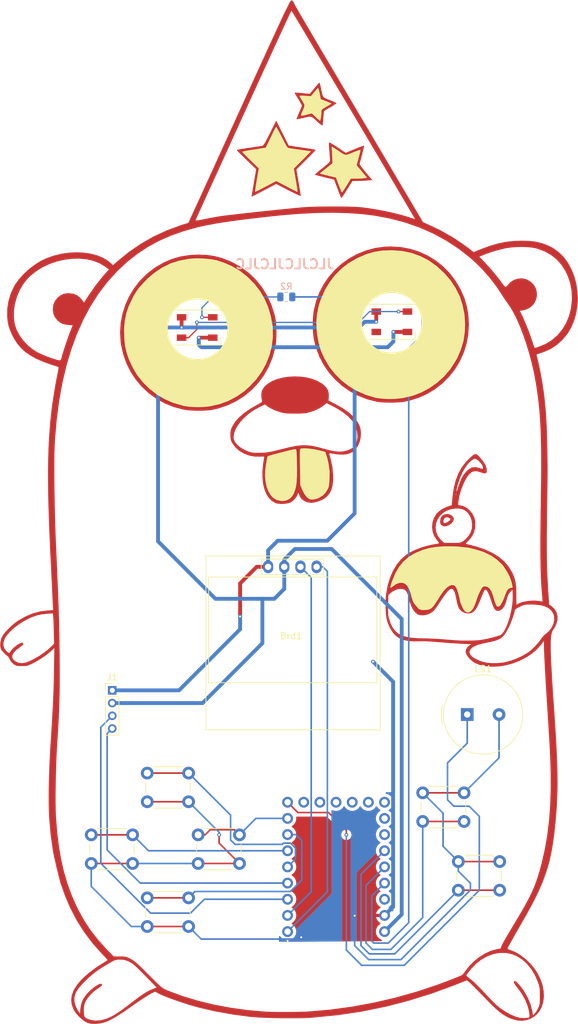
<source format=kicad_pcb>
(kicad_pcb (version 20240108) (generator "pcbnew") (generator_version "8.0")
  (layers (0 "F.Cu" signal) (31 "B.Cu" signal) (34 "B.Paste" user) (35 "F.Paste" user) (36 "B.SilkS" user "B.Silkscreen") (37 "F.SilkS" user "F.Silkscreen") (38 "B.Mask" user) (39 "F.Mask" user) (44 "Edge.Cuts" user))
  (net 0 "")
  (net 1 "GND")
  (net 2 "VCC")
  (net 3 "Net-(D1-DIN)")
  (net 4 "Net-(D1-DOUT)")
  (net 6 "/SDA")
  (net 7 "/SCL")
  (net 8 "/SDA1")
  (net 9 "/SCL1")
  (net 10 "Net-(U1-GP8)")
  (net 11 "/GP29")
  (net 12 "Net-(U1-GP4)")
  (net 13 "Net-(U1-GP5)")
  (net 14 "Net-(U1-GP6)")
  (net 15 "Net-(U1-GP7)")
  (net 16 "Net-(U1-GP28)")
  (net 17 "Net-(U1-GP27)")
  (footprint "LED_SMD:LED_WS2812B_PLCC4_5.0x5.0mm_P3.2mm" (layer "F.Cu") (at 92.75 72.4)
    (property "Reference" "D1" (hide yes))
    (property "Value" "WS2812B")
  )
  (footprint "LED_SMD:LED_WS2812B_PLCC4_5.0x5.0mm_P3.2mm" (layer "F.Cu") (at 123.35 71.5)
    (property "Reference" "D2" (hide yes))
    (property "Value" "WS2812B")
  )
  (footprint "rp2040-zero:my-rp2040-zero" (layer "F.Cu") (at 114.58 157.14 180)
    (property "Reference" "U1" (hide yes))
    (property "Value" "~" (hide yes))
  )
  (footprint "XIAO:128x64OLED" (layer "F.Cu") (at 107.52 120.6)
    (property "Reference" "Brd1")
    (property "Value" "SSD1306")
  )
  (footprint "Button_Switch_THT:SW_PUSH_6mm_H4.3mm" (layer "F.Cu") (at 128.2 145.5)
    (property "Reference" "SW5" (hide yes))
    (property "Value" "SW_Push")
  )
  (footprint "Button_Switch_THT:SW_PUSH_6mm_H4.3mm" (layer "F.Cu") (at 76.1 152.1)
    (property "Reference" "SW2" (hide yes))
    (property "Value" "SW_Push")
  )
  (footprint "Button_Switch_THT:SW_PUSH_6mm_H4.3mm" (layer "F.Cu") (at 84.9 162)
    (property "Reference" "SW3" (hide yes))
    (property "Value" "SW_Push")
  )
  (footprint "Connector_PinHeader_2.00mm:PinHeader_1x04_P2.00mm_Vertical" (layer "F.Cu") (at 79.4 129.4)
    (property "Reference" "J1")
    (property "Value" "Conn_01x04_Pin")
  )
  (footprint "MountingHole:MountingHole_3.2mm_M3" (layer "F.Cu") (at 107.9 31.3)
    (property "Reference" "REF**" (hide yes))
    (property "Value" "MountingHole_3.2mm_M3")
  )
  (footprint "Button_Switch_THT:SW_PUSH_6mm_H4.3mm" (layer "F.Cu") (at 84.9 142.4)
    (property "Reference" "SW1" (hide yes))
    (property "Value" "SW_Push")
  )
  (footprint "gopher:gopher_party" (layer "F.Cu") (at 107.4 101.8)
    (property "Reference" "G***" (hide yes))
    (property "Value" "LOGO" (hide yes))
    (fp_line (start -45.62 20.56) (end -45.59 19.99) (stroke (width 0.05)) (layer "Edge.Cuts"))
    (fp_line (start -45.59 19.99) (end -45.46 19.44) (stroke (width 0.05)) (layer "Edge.Cuts"))
    (fp_line (start -45.55 21.04) (end -45.62 20.56) (stroke (width 0.05)) (layer "Edge.Cuts"))
    (fp_line (start -45.51 21.14) (end -45.55 21.04) (stroke (width 0.05)) (layer "Edge.Cuts"))
    (fp_line (start -45.46 19.44) (end -45.35 19.19) (stroke (width 0.05)) (layer "Edge.Cuts"))
    (fp_line (start -45.36 21.37) (end -45.51 21.14) (stroke (width 0.05)) (layer "Edge.Cuts"))
    (fp_line (start -45.35 19.19) (end -45.12 18.81) (stroke (width 0.05)) (layer "Edge.Cuts"))
    (fp_line (start -45.12 18.81) (end -44.82 18.44) (stroke (width 0.05)) (layer "Edge.Cuts"))
    (fp_line (start -45.04 21.75) (end -45.36 21.37) (stroke (width 0.05)) (layer "Edge.Cuts"))
    (fp_line (start -44.82 18.44) (end -44.39 17.97) (stroke (width 0.05)) (layer "Edge.Cuts"))
    (fp_line (start -44.73 22.04) (end -45.04 21.75) (stroke (width 0.05)) (layer "Edge.Cuts"))
    (fp_line (start -44.54 -31.2) (end -44.53 -31.7) (stroke (width 0.05)) (layer "Edge.Cuts"))
    (fp_line (start -44.53 -31.7) (end -44.52 -32.38) (stroke (width 0.05)) (layer "Edge.Cuts"))
    (fp_line (start -44.52 -32.38) (end -44.32 -33.61) (stroke (width 0.05)) (layer "Edge.Cuts"))
    (fp_line (start -44.47 -30.41) (end -44.54 -31.2) (stroke (width 0.05)) (layer "Edge.Cuts"))
    (fp_line (start -44.44 22.26) (end -44.73 22.04) (stroke (width 0.05)) (layer "Edge.Cuts"))
    (fp_line (start -44.39 17.97) (end -43.89 17.48) (stroke (width 0.05)) (layer "Edge.Cuts"))
    (fp_line (start -44.36 22.34) (end -44.44 22.26) (stroke (width 0.05)) (layer "Edge.Cuts"))
    (fp_line (start -44.33 -29.65) (end -44.47 -30.41) (stroke (width 0.05)) (layer "Edge.Cuts"))
    (fp_line (start -44.32 -33.61) (end -43.96 -34.79) (stroke (width 0.05)) (layer "Edge.Cuts"))
    (fp_line (start -44.22 22.57) (end -44.36 22.34) (stroke (width 0.05)) (layer "Edge.Cuts"))
    (fp_line (start -44.13 -29.07) (end -44.33 -29.65) (stroke (width 0.05)) (layer "Edge.Cuts"))
    (fp_line (start -43.96 -34.79) (end -43.49 -35.79) (stroke (width 0.05)) (layer "Edge.Cuts"))
    (fp_line (start -43.91 23.14) (end -44.22 22.57) (stroke (width 0.05)) (layer "Edge.Cuts"))
    (fp_line (start -43.89 17.48) (end -43.35 17.03) (stroke (width 0.05)) (layer "Edge.Cuts"))
    (fp_line (start -43.78 -28.25) (end -44.13 -29.07) (stroke (width 0.05)) (layer "Edge.Cuts"))
    (fp_line (start -43.49 -35.79) (end -43.28 -36.17) (stroke (width 0.05)) (layer "Edge.Cuts"))
    (fp_line (start -43.49 23.53) (end -43.91 23.14) (stroke (width 0.05)) (layer "Edge.Cuts"))
    (fp_line (start -43.42 -27.56) (end -43.78 -28.25) (stroke (width 0.05)) (layer "Edge.Cuts"))
    (fp_line (start -43.35 17.03) (end -42.86 16.67) (stroke (width 0.05)) (layer "Edge.Cuts"))
    (fp_line (start -43.28 -36.17) (end -42.67 -37.01) (stroke (width 0.05)) (layer "Edge.Cuts"))
    (fp_line (start -43.19 23.7) (end -43.49 23.53) (stroke (width 0.05)) (layer "Edge.Cuts"))
    (fp_line (start -42.95 23.78) (end -43.19 23.7) (stroke (width 0.05)) (layer "Edge.Cuts"))
    (fp_line (start -42.91 -26.79) (end -43.42 -27.56) (stroke (width 0.05)) (layer "Edge.Cuts"))
    (fp_line (start -42.86 16.67) (end -41.76 16.04) (stroke (width 0.05)) (layer "Edge.Cuts"))
    (fp_line (start -42.67 -37.01) (end -41.94 -37.82) (stroke (width 0.05)) (layer "Edge.Cuts"))
    (fp_line (start -42.57 23.81) (end -42.95 23.78) (stroke (width 0.05)) (layer "Edge.Cuts"))
    (fp_line (start -42.38 -26.17) (end -42.91 -26.79) (stroke (width 0.05)) (layer "Edge.Cuts"))
    (fp_line (start -41.94 -37.82) (end -41.15 -38.56) (stroke (width 0.05)) (layer "Edge.Cuts"))
    (fp_line (start -41.88 23.81) (end -42.57 23.81) (stroke (width 0.05)) (layer "Edge.Cuts"))
    (fp_line (start -41.76 16.04) (end -41.67 15.99) (stroke (width 0.05)) (layer "Edge.Cuts"))
    (fp_line (start -41.7 -25.54) (end -42.38 -26.17) (stroke (width 0.05)) (layer "Edge.Cuts"))
    (fp_line (start -41.67 15.99) (end -40.52 15.5) (stroke (width 0.05)) (layer "Edge.Cuts"))
    (fp_line (start -41.55 23.78) (end -41.88 23.81) (stroke (width 0.05)) (layer "Edge.Cuts"))
    (fp_line (start -41.23 23.72) (end -41.55 23.78) (stroke (width 0.05)) (layer "Edge.Cuts"))
    (fp_line (start -41.15 -38.56) (end -40.25 -39.24) (stroke (width 0.05)) (layer "Edge.Cuts"))
    (fp_line (start -40.75 -24.9) (end -41.7 -25.54) (stroke (width 0.05)) (layer "Edge.Cuts"))
    (fp_line (start -40.53 23.4) (end -41.23 23.72) (stroke (width 0.05)) (layer "Edge.Cuts"))
    (fp_line (start -40.52 15.5) (end -39.36 15.19) (stroke (width 0.05)) (layer "Edge.Cuts"))
    (fp_line (start -40.25 -39.24) (end -39.94 -39.45) (stroke (width 0.05)) (layer "Edge.Cuts"))
    (fp_line (start -40.08 -24.53) (end -40.75 -24.9) (stroke (width 0.05)) (layer "Edge.Cuts"))
    (fp_line (start -40.08 23.17) (end -40.53 23.4) (stroke (width 0.05)) (layer "Edge.Cuts"))
    (fp_line (start -39.94 -39.45) (end -39.29 -39.85) (stroke (width 0.05)) (layer "Edge.Cuts"))
    (fp_line (start -39.87 23.05) (end -40.08 23.17) (stroke (width 0.05)) (layer "Edge.Cuts"))
    (fp_line (start -39.36 15.19) (end -38.19 15.04) (stroke (width 0.05)) (layer "Edge.Cuts"))
    (fp_line (start -39.31 22.71) (end -39.87 23.05) (stroke (width 0.05)) (layer "Edge.Cuts"))
    (fp_line (start -39.29 -39.85) (end -38.42 -40.27) (stroke (width 0.05)) (layer "Edge.Cuts"))
    (fp_line (start -38.95 -24.03) (end -40.08 -24.53) (stroke (width 0.05)) (layer "Edge.Cuts"))
    (fp_line (start -38.83 22.4) (end -39.31 22.71) (stroke (width 0.05)) (layer "Edge.Cuts"))
    (fp_line (start -38.42 -40.27) (end -37.27 -40.69) (stroke (width 0.05)) (layer "Edge.Cuts"))
    (fp_line (start -38.29 22.02) (end -38.83 22.4) (stroke (width 0.05)) (layer "Edge.Cuts"))
    (fp_line (start -38.19 15.04) (end -37.39 14.99) (stroke (width 0.05)) (layer "Edge.Cuts"))
    (fp_line (start -38.18 -23.74) (end -38.95 -24.03) (stroke (width 0.05)) (layer "Edge.Cuts"))
    (fp_line (start -38.12 -7.55) (end -38.09 -8.52) (stroke (width 0.05)) (layer "Edge.Cuts"))
    (fp_line (start -38.12 -5.92) (end -38.12 -7.55) (stroke (width 0.05)) (layer "Edge.Cuts"))
    (fp_line (start -38.09 -8.52) (end -38.04 -10.28) (stroke (width 0.05)) (layer "Edge.Cuts"))
    (fp_line (start -38.09 -3.25) (end -38.12 -5.92) (stroke (width 0.05)) (layer "Edge.Cuts"))
    (fp_line (start -38.07 -2.31) (end -38.09 -3.25) (stroke (width 0.05)) (layer "Edge.Cuts"))
    (fp_line (start -38.04 -10.28) (end -37.99 -11.4) (stroke (width 0.05)) (layer "Edge.Cuts"))
    (fp_line (start -38.02 -0.67) (end -38.07 -2.31) (stroke (width 0.05)) (layer "Edge.Cuts"))
    (fp_line (start -38.01 43.68) (end -38 42.88) (stroke (width 0.05)) (layer "Edge.Cuts"))
    (fp_line (start -38.01 43.95) (end -38.01 43.68) (stroke (width 0.05)) (layer "Edge.Cuts"))
    (fp_line (start -38.01 44.51) (end -38.01 43.95) (stroke (width 0.05)) (layer "Edge.Cuts"))
    (fp_line (start -38.01 45.03) (end -38.01 44.51) (stroke (width 0.05)) (layer "Edge.Cuts"))
    (fp_line (start -38 0.1) (end -38.02 -0.67) (stroke (width 0.05)) (layer "Edge.Cuts"))
    (fp_line (start -38 42.88) (end -37.99 42.46) (stroke (width 0.05)) (layer "Edge.Cuts"))
    (fp_line (start -38 45.65) (end -38.01 45.03) (stroke (width 0.05)) (layer "Edge.Cuts"))
    (fp_line (start -37.99 -11.4) (end -37.9 -12.8) (stroke (width 0.05)) (layer "Edge.Cuts"))
    (fp_line (start -37.99 42.46) (end -37.98 41.99) (stroke (width 0.05)) (layer "Edge.Cuts"))
    (fp_line (start -37.98 41.99) (end -37.97 41.49) (stroke (width 0.05)) (layer "Edge.Cuts"))
    (fp_line (start -37.98 46.53) (end -38 45.65) (stroke (width 0.05)) (layer "Edge.Cuts"))
    (fp_line (start -37.97 41.49) (end -37.94 40.75) (stroke (width 0.05)) (layer "Edge.Cuts"))
    (fp_line (start -37.95 1.52) (end -38 0.1) (stroke (width 0.05)) (layer "Edge.Cuts"))
    (fp_line (start -37.95 47.29) (end -37.98 46.53) (stroke (width 0.05)) (layer "Edge.Cuts"))
    (fp_line (start -37.94 40.75) (end -37.92 39.99) (stroke (width 0.05)) (layer "Edge.Cuts"))
    (fp_line (start -37.93 2.19) (end -37.95 1.52) (stroke (width 0.05)) (layer "Edge.Cuts"))
    (fp_line (start -37.93 47.76) (end -37.95 47.29) (stroke (width 0.05)) (layer "Edge.Cuts"))
    (fp_line (start -37.92 39.99) (end -37.89 39.28) (stroke (width 0.05)) (layer "Edge.Cuts"))
    (fp_line (start -37.9 -12.8) (end -37.81 -14.06) (stroke (width 0.05)) (layer "Edge.Cuts"))
    (fp_line (start -37.89 2.96) (end -37.93 2.19) (stroke (width 0.05)) (layer "Edge.Cuts"))
    (fp_line (start -37.89 39.28) (end -37.87 38.74) (stroke (width 0.05)) (layer "Edge.Cuts"))
    (fp_line (start -37.87 38.74) (end -37.85 38.38) (stroke (width 0.05)) (layer "Edge.Cuts"))
    (fp_line (start -37.85 38.38) (end -37.82 37.71) (stroke (width 0.05)) (layer "Edge.Cuts"))
    (fp_line (start -37.83 4.37) (end -37.89 2.96) (stroke (width 0.05)) (layer "Edge.Cuts"))
    (fp_line (start -37.82 37.71) (end -37.79 37.34) (stroke (width 0.05)) (layer "Edge.Cuts"))
    (fp_line (start -37.81 -14.06) (end -37.69 -15.26) (stroke (width 0.05)) (layer "Edge.Cuts"))
    (fp_line (start -37.8 5.14) (end -37.83 4.37) (stroke (width 0.05)) (layer "Edge.Cuts"))
    (fp_line (start -37.8 49.2) (end -37.93 47.76) (stroke (width 0.05)) (layer "Edge.Cuts"))
    (fp_line (start -37.79 37.34) (end -37.77 36.94) (stroke (width 0.05)) (layer "Edge.Cuts"))
    (fp_line (start -37.77 36.94) (end -37.75 36.52) (stroke (width 0.05)) (layer "Edge.Cuts"))
    (fp_line (start -37.75 36.52) (end -37.72 36.12) (stroke (width 0.05)) (layer "Edge.Cuts"))
    (fp_line (start -37.74 6.27) (end -37.8 5.14) (stroke (width 0.05)) (layer "Edge.Cuts"))
    (fp_line (start -37.72 36.12) (end -37.67 35.39) (stroke (width 0.05)) (layer "Edge.Cuts"))
    (fp_line (start -37.7 50.32) (end -37.8 49.2) (stroke (width 0.05)) (layer "Edge.Cuts"))
    (fp_line (start -37.69 -15.26) (end -37.62 -15.91) (stroke (width 0.05)) (layer "Edge.Cuts"))
    (fp_line (start -37.67 21.51) (end -38.29 22.02) (stroke (width 0.05)) (layer "Edge.Cuts"))
    (fp_line (start -37.67 35.39) (end -37.64 34.92) (stroke (width 0.05)) (layer "Edge.Cuts"))
    (fp_line (start -37.64 34.92) (end -37.6 34.23) (stroke (width 0.05)) (layer "Edge.Cuts"))
    (fp_line (start -37.62 -15.91) (end -37.54 -16.66) (stroke (width 0.05)) (layer "Edge.Cuts"))
    (fp_line (start -37.6 9.03) (end -37.74 6.27) (stroke (width 0.05)) (layer "Edge.Cuts"))
    (fp_line (start -37.6 34.23) (end -37.57 33.73) (stroke (width 0.05)) (layer "Edge.Cuts"))
    (fp_line (start -37.57 33.73) (end -37.53 33.14) (stroke (width 0.05)) (layer "Edge.Cuts"))
    (fp_line (start -37.54 -16.66) (end -37.42 -17.54) (stroke (width 0.05)) (layer "Edge.Cuts"))
    (fp_line (start -37.53 33.14) (end -37.5 32.57) (stroke (width 0.05)) (layer "Edge.Cuts"))
    (fp_line (start -37.51 -23.5) (end -38.18 -23.74) (stroke (width 0.05)) (layer "Edge.Cuts"))
    (fp_line (start -37.5 11.3) (end -37.6 9.03) (stroke (width 0.05)) (layer "Edge.Cuts"))
    (fp_line (start -37.5 32.57) (end -37.39 30.64) (stroke (width 0.05)) (layer "Edge.Cuts"))
    (fp_line (start -37.49 51.78) (end -37.7 50.32) (stroke (width 0.05)) (layer "Edge.Cuts"))
    (fp_line (start -37.42 -17.54) (end -37.29 -18.34) (stroke (width 0.05)) (layer "Edge.Cuts"))
    (fp_line (start -37.39 14.99) (end -37.31 14.99) (stroke (width 0.05)) (layer "Edge.Cuts"))
    (fp_line (start -37.39 30.64) (end -37.34 29.61) (stroke (width 0.05)) (layer "Edge.Cuts"))
    (fp_line (start -37.38 13.8) (end -37.5 11.3) (stroke (width 0.05)) (layer "Edge.Cuts"))
    (fp_line (start -37.35 52.77) (end -37.49 51.78) (stroke (width 0.05)) (layer "Edge.Cuts"))
    (fp_line (start -37.34 14.59) (end -37.38 13.8) (stroke (width 0.05)) (layer "Edge.Cuts"))
    (fp_line (start -37.34 29.61) (end -37.28 28.39) (stroke (width 0.05)) (layer "Edge.Cuts"))
    (fp_line (start -37.32 21.18) (end -37.67 21.51) (stroke (width 0.05)) (layer "Edge.Cuts"))
    (fp_line (start -37.31 14.99) (end -37.34 14.59) (stroke (width 0.05)) (layer "Edge.Cuts"))
    (fp_line (start -37.29 -18.34) (end -37.1 -19.54) (stroke (width 0.05)) (layer "Edge.Cuts"))
    (fp_line (start -37.28 28.39) (end -37.25 27.43) (stroke (width 0.05)) (layer "Edge.Cuts"))
    (fp_line (start -37.27 -40.69) (end -36.01 -41) (stroke (width 0.05)) (layer "Edge.Cuts"))
    (fp_line (start -37.25 27.43) (end -37.22 26.35) (stroke (width 0.05)) (layer "Edge.Cuts"))
    (fp_line (start -37.22 26.35) (end -37.2 25.56) (stroke (width 0.05)) (layer "Edge.Cuts"))
    (fp_line (start -37.2 25.56) (end -37.17 24.05) (stroke (width 0.05)) (layer "Edge.Cuts"))
    (fp_line (start -37.2 53.56) (end -37.35 52.77) (stroke (width 0.05)) (layer "Edge.Cuts"))
    (fp_line (start -37.17 24.05) (end -37.14 22.53) (stroke (width 0.05)) (layer "Edge.Cuts"))
    (fp_line (start -37.14 22.53) (end -37.13 21.6) (stroke (width 0.05)) (layer "Edge.Cuts"))
    (fp_line (start -37.13 21.6) (end -37.12 21.14) (stroke (width 0.05)) (layer "Edge.Cuts"))
    (fp_line (start -37.12 21.14) (end -37.1 20.98) (stroke (width 0.05)) (layer "Edge.Cuts"))
    (fp_line (start -37.1 -19.54) (end -36.86 -20.94) (stroke (width 0.05)) (layer "Edge.Cuts"))
    (fp_line (start -37.1 20.98) (end -37.32 21.18) (stroke (width 0.05)) (layer "Edge.Cuts"))
    (fp_line (start -37.02 -23.35) (end -37.51 -23.5) (stroke (width 0.05)) (layer "Edge.Cuts"))
    (fp_line (start -36.86 -20.94) (end -36.68 -21.84) (stroke (width 0.05)) (layer "Edge.Cuts"))
    (fp_line (start -36.68 -21.84) (end -36.56 -22.46) (stroke (width 0.05)) (layer "Edge.Cuts"))
    (fp_line (start -36.56 -22.46) (end -36.49 -22.82) (stroke (width 0.05)) (layer "Edge.Cuts"))
    (fp_line (start -36.49 -22.82) (end -36.46 -23.07) (stroke (width 0.05)) (layer "Edge.Cuts"))
    (fp_line (start -36.48 -23.19) (end -37.02 -23.35) (stroke (width 0.05)) (layer "Edge.Cuts"))
    (fp_line (start -36.46 -23.07) (end -36.48 -23.19) (stroke (width 0.05)) (layer "Edge.Cuts"))
    (fp_line (start -36.4 56.96) (end -37.2 53.56) (stroke (width 0.05)) (layer "Edge.Cuts"))
    (fp_line (start -36.18 57.8) (end -36.4 56.96) (stroke (width 0.05)) (layer "Edge.Cuts"))
    (fp_line (start -36.01 -41) (end -34.86 -41.17) (stroke (width 0.05)) (layer "Edge.Cuts"))
    (fp_line (start -35.73 59.07) (end -36.18 57.8) (stroke (width 0.05)) (layer "Edge.Cuts"))
    (fp_line (start -35.44 59.91) (end -35.73 59.07) (stroke (width 0.05)) (layer "Edge.Cuts"))
    (fp_line (start -35.04 60.84) (end -35.44 59.91) (stroke (width 0.05)) (layer "Edge.Cuts"))
    (fp_line (start -34.86 -41.17) (end -33.64 -41.23) (stroke (width 0.05)) (layer "Edge.Cuts"))
    (fp_line (start -34.63 61.8) (end -35.04 60.84) (stroke (width 0.05)) (layer "Edge.Cuts"))
    (fp_line (start -34.47 76.28) (end -34.46 76.17) (stroke (width 0.05)) (layer "Edge.Cuts"))
    (fp_line (start -34.46 76.17) (end -34.41 75.75) (stroke (width 0.05)) (layer "Edge.Cuts"))
    (fp_line (start -34.41 75.75) (end -34.38 75.52) (stroke (width 0.05)) (layer "Edge.Cuts"))
    (fp_line (start -34.38 75.52) (end -34.11 74.76) (stroke (width 0.05)) (layer "Edge.Cuts"))
    (fp_line (start -34.38 77.01) (end -34.47 76.28) (stroke (width 0.05)) (layer "Edge.Cuts"))
    (fp_line (start -34.15 62.71) (end -34.63 61.8) (stroke (width 0.05)) (layer "Edge.Cuts"))
    (fp_line (start -34.11 74.76) (end -33.63 73.96) (stroke (width 0.05)) (layer "Edge.Cuts"))
    (fp_line (start -34.09 77.77) (end -34.38 77.01) (stroke (width 0.05)) (layer "Edge.Cuts"))
    (fp_line (start -34.02 77.91) (end -34.09 77.77) (stroke (width 0.05)) (layer "Edge.Cuts"))
    (fp_line (start -33.94 78.03) (end -34.02 77.91) (stroke (width 0.05)) (layer "Edge.Cuts"))
    (fp_line (start -33.68 78.39) (end -33.94 78.03) (stroke (width 0.05)) (layer "Edge.Cuts"))
    (fp_line (start -33.64 -41.23) (end -32.48 -41.18) (stroke (width 0.05)) (layer "Edge.Cuts"))
    (fp_line (start -33.63 73.96) (end -33.26 73.51) (stroke (width 0.05)) (layer "Edge.Cuts"))
    (fp_line (start -33.62 63.73) (end -34.15 62.71) (stroke (width 0.05)) (layer "Edge.Cuts"))
    (fp_line (start -33.26 73.51) (end -32.85 73.02) (stroke (width 0.05)) (layer "Edge.Cuts"))
    (fp_line (start -33.2 64.4) (end -33.62 63.73) (stroke (width 0.05)) (layer "Edge.Cuts"))
    (fp_line (start -33.2 78.91) (end -33.68 78.39) (stroke (width 0.05)) (layer "Edge.Cuts"))
    (fp_line (start -32.85 73.02) (end -32.38 72.57) (stroke (width 0.05)) (layer "Edge.Cuts"))
    (fp_line (start -32.81 79.26) (end -33.2 78.91) (stroke (width 0.05)) (layer "Edge.Cuts"))
    (fp_line (start -32.48 -41.18) (end -31.34 -41.01) (stroke (width 0.05)) (layer "Edge.Cuts"))
    (fp_line (start -32.42 65.62) (end -33.2 64.4) (stroke (width 0.05)) (layer "Edge.Cuts"))
    (fp_line (start -32.38 72.57) (end -31.77 72.05) (stroke (width 0.05)) (layer "Edge.Cuts"))
    (fp_line (start -32.38 79.59) (end -32.81 79.26) (stroke (width 0.05)) (layer "Edge.Cuts"))
    (fp_line (start -31.99 79.81) (end -32.38 79.59) (stroke (width 0.05)) (layer "Edge.Cuts"))
    (fp_line (start -31.92 66.29) (end -32.42 65.62) (stroke (width 0.05)) (layer "Edge.Cuts"))
    (fp_line (start -31.77 72.05) (end -30.91 71.38) (stroke (width 0.05)) (layer "Edge.Cuts"))
    (fp_line (start -31.66 79.92) (end -31.99 79.81) (stroke (width 0.05)) (layer "Edge.Cuts"))
    (fp_line (start -31.54 66.79) (end -31.92 66.29) (stroke (width 0.05)) (layer "Edge.Cuts"))
    (fp_line (start -31.35 79.98) (end -31.66 79.92) (stroke (width 0.05)) (layer "Edge.Cuts"))
    (fp_line (start -31.34 -41.01) (end -30.36 -40.75) (stroke (width 0.05)) (layer "Edge.Cuts"))
    (fp_line (start -31.14 67.32) (end -31.54 66.79) (stroke (width 0.05)) (layer "Edge.Cuts"))
    (fp_line (start -30.92 67.57) (end -31.14 67.32) (stroke (width 0.05)) (layer "Edge.Cuts"))
    (fp_line (start -30.91 71.38) (end -30.36 70.99) (stroke (width 0.05)) (layer "Edge.Cuts"))
    (fp_line (start -30.91 80.01) (end -31.35 79.98) (stroke (width 0.05)) (layer "Edge.Cuts"))
    (fp_line (start -30.48 79.99) (end -30.91 80.01) (stroke (width 0.05)) (layer "Edge.Cuts"))
    (fp_line (start -30.42 68.14) (end -30.92 67.57) (stroke (width 0.05)) (layer "Edge.Cuts"))
    (fp_line (start -30.36 -40.75) (end -29.42 -40.36) (stroke (width 0.05)) (layer "Edge.Cuts"))
    (fp_line (start -30.36 70.99) (end -29.9 70.7) (stroke (width 0.05)) (layer "Edge.Cuts"))
    (fp_line (start -30.05 68.55) (end -30.42 68.14) (stroke (width 0.05)) (layer "Edge.Cuts"))
    (fp_line (start -30 79.95) (end -30.48 79.99) (stroke (width 0.05)) (layer "Edge.Cuts"))
    (fp_line (start -29.9 70.7) (end -29.43 70.4) (stroke (width 0.05)) (layer "Edge.Cuts"))
    (fp_line (start -29.67 68.98) (end -30.05 68.55) (stroke (width 0.05)) (layer "Edge.Cuts"))
    (fp_line (start -29.55 79.87) (end -30 79.95) (stroke (width 0.05)) (layer "Edge.Cuts"))
    (fp_line (start -29.43 70.4) (end -29.15 70.23) (stroke (width 0.05)) (layer "Edge.Cuts"))
    (fp_line (start -29.42 -40.36) (end -28.64 -39.89) (stroke (width 0.05)) (layer "Edge.Cuts"))
    (fp_line (start -29.36 69.3) (end -29.67 68.98) (stroke (width 0.05)) (layer "Edge.Cuts"))
    (fp_line (start -29.15 70.23) (end -28.96 70.11) (stroke (width 0.05)) (layer "Edge.Cuts"))
    (fp_line (start -29.1 69.57) (end -29.36 69.3) (stroke (width 0.05)) (layer "Edge.Cuts"))
    (fp_line (start -29.04 79.72) (end -29.55 79.87) (stroke (width 0.05)) (layer "Edge.Cuts"))
    (fp_line (start -28.96 70.11) (end -28.87 70.05) (stroke (width 0.05)) (layer "Edge.Cuts"))
    (fp_line (start -28.87 70.05) (end -28.76 69.98) (stroke (width 0.05)) (layer "Edge.Cuts"))
    (fp_line (start -28.81 69.89) (end -29.1 69.57) (stroke (width 0.05)) (layer "Edge.Cuts"))
    (fp_line (start -28.76 69.98) (end -28.75 69.97) (stroke (width 0.05)) (layer "Edge.Cuts"))
    (fp_line (start -28.75 69.97) (end -28.81 69.89) (stroke (width 0.05)) (layer "Edge.Cuts"))
    (fp_line (start -28.64 -39.89) (end -28.19 -39.51) (stroke (width 0.05)) (layer "Edge.Cuts"))
    (fp_line (start -28.55 79.52) (end -29.04 79.72) (stroke (width 0.05)) (layer "Edge.Cuts"))
    (fp_line (start -28.19 -39.51) (end -27.9 -39.24) (stroke (width 0.05)) (layer "Edge.Cuts"))
    (fp_line (start -28.19 79.34) (end -28.55 79.52) (stroke (width 0.05)) (layer "Edge.Cuts"))
    (fp_line (start -27.9 -39.24) (end -27.88 -39.21) (stroke (width 0.05)) (layer "Edge.Cuts"))
    (fp_line (start -27.88 -39.21) (end -27.56 -39.5) (stroke (width 0.05)) (layer "Edge.Cuts"))
    (fp_line (start -27.56 -39.5) (end -27.06 -39.94) (stroke (width 0.05)) (layer "Edge.Cuts"))
    (fp_line (start -27.51 78.97) (end -28.19 79.34) (stroke (width 0.05)) (layer "Edge.Cuts"))
    (fp_line (start -27.06 -39.94) (end -26.22 -40.62) (stroke (width 0.05)) (layer "Edge.Cuts"))
    (fp_line (start -26.91 78.59) (end -27.51 78.97) (stroke (width 0.05)) (layer "Edge.Cuts"))
    (fp_line (start -26.22 -40.62) (end -25.41 -41.27) (stroke (width 0.05)) (layer "Edge.Cuts"))
    (fp_line (start -26.22 78.14) (end -26.91 78.59) (stroke (width 0.05)) (layer "Edge.Cuts"))
    (fp_line (start -25.49 77.65) (end -26.22 78.14) (stroke (width 0.05)) (layer "Edge.Cuts"))
    (fp_line (start -25.41 -41.27) (end -24.55 -41.87) (stroke (width 0.05)) (layer "Edge.Cuts"))
    (fp_line (start -24.55 -41.87) (end -24.07 -42.19) (stroke (width 0.05)) (layer "Edge.Cuts"))
    (fp_line (start -24.49 76.94) (end -25.49 77.65) (stroke (width 0.05)) (layer "Edge.Cuts"))
    (fp_line (start -24.07 -42.19) (end -23.5 -42.58) (stroke (width 0.05)) (layer "Edge.Cuts"))
    (fp_line (start -23.62 76.34) (end -24.49 76.94) (stroke (width 0.05)) (layer "Edge.Cuts"))
    (fp_line (start -23.5 -42.58) (end -22.67 -43.06) (stroke (width 0.05)) (layer "Edge.Cuts"))
    (fp_line (start -22.67 -43.06) (end -22.06 -43.4) (stroke (width 0.05)) (layer "Edge.Cuts"))
    (fp_line (start -22.66 75.72) (end -23.62 76.34) (stroke (width 0.05)) (layer "Edge.Cuts"))
    (fp_line (start -22.06 -43.4) (end -21.55 -43.7) (stroke (width 0.05)) (layer "Edge.Cuts"))
    (fp_line (start -21.91 75.26) (end -22.66 75.72) (stroke (width 0.05)) (layer "Edge.Cuts"))
    (fp_line (start -21.55 -43.7) (end -20.72 -44.08) (stroke (width 0.05)) (layer "Edge.Cuts"))
    (fp_line (start -21.42 75.02) (end -21.91 75.26) (stroke (width 0.05)) (layer "Edge.Cuts"))
    (fp_line (start -21.28 74.98) (end -21.42 75.02) (stroke (width 0.05)) (layer "Edge.Cuts"))
    (fp_line (start -21.17 74.99) (end -21.28 74.98) (stroke (width 0.05)) (layer "Edge.Cuts"))
    (fp_line (start -21.09 75.05) (end -21.17 74.99) (stroke (width 0.05)) (layer "Edge.Cuts"))
    (fp_line (start -20.88 75.18) (end -21.09 75.05) (stroke (width 0.05)) (layer "Edge.Cuts"))
    (fp_line (start -20.72 -44.08) (end -19.69 -44.56) (stroke (width 0.05)) (layer "Edge.Cuts"))
    (fp_line (start -20.44 75.39) (end -20.88 75.18) (stroke (width 0.05)) (layer "Edge.Cuts"))
    (fp_line (start -19.69 -44.56) (end -19.47 -44.66) (stroke (width 0.05)) (layer "Edge.Cuts"))
    (fp_line (start -19.48 75.8) (end -20.44 75.39) (stroke (width 0.05)) (layer "Edge.Cuts"))
    (fp_line (start -19.47 -44.66) (end -18.52 -45.01) (stroke (width 0.05)) (layer "Edge.Cuts"))
    (fp_line (start -18.52 -45.01) (end -17.76 -45.29) (stroke (width 0.05)) (layer "Edge.Cuts"))
    (fp_line (start -18.23 76.26) (end -19.48 75.8) (stroke (width 0.05)) (layer "Edge.Cuts"))
    (fp_line (start -17.76 -45.29) (end -17.36 -45.44) (stroke (width 0.05)) (layer "Edge.Cuts"))
    (fp_line (start -17.36 -45.44) (end -17.03 -45.55) (stroke (width 0.05)) (layer "Edge.Cuts"))
    (fp_line (start -17.03 -45.55) (end -16.54 -45.7) (stroke (width 0.05)) (layer "Edge.Cuts"))
    (fp_line (start -16.54 -45.7) (end -16.04 -45.85) (stroke (width 0.05)) (layer "Edge.Cuts"))
    (fp_line (start -16.36 76.89) (end -18.23 76.26) (stroke (width 0.05)) (layer "Edge.Cuts"))
    (fp_line (start -16.04 -45.85) (end -15.46 -47.16) (stroke (width 0.05)) (layer "Edge.Cuts"))
    (fp_line (start -15.46 -47.16) (end -14.36 -49.53) (stroke (width 0.05)) (layer "Edge.Cuts"))
    (fp_line (start -14.72 77.38) (end -16.36 76.89) (stroke (width 0.05)) (layer "Edge.Cuts"))
    (fp_line (start -14.36 -49.53) (end -13.13 -52.23) (stroke (width 0.05)) (layer "Edge.Cuts"))
    (fp_line (start -13.13 -52.23) (end -12.45 -53.71) (stroke (width 0.05)) (layer "Edge.Cuts"))
    (fp_line (start -12.45 -53.71) (end -11.64 -55.5) (stroke (width 0.05)) (layer "Edge.Cuts"))
    (fp_line (start -11.97 78.03) (end -14.72 77.38) (stroke (width 0.05)) (layer "Edge.Cuts"))
    (fp_line (start -11.64 -55.5) (end -10.12 -58.84) (stroke (width 0.05)) (layer "Edge.Cuts"))
    (fp_line (start -11.03 78.19) (end -11.97 78.03) (stroke (width 0.05)) (layer "Edge.Cuts"))
    (fp_line (start -10.12 -58.84) (end -8.53 -62.32) (stroke (width 0.05)) (layer "Edge.Cuts"))
    (fp_line (start -9.06 78.55) (end -11.03 78.19) (stroke (width 0.05)) (layer "Edge.Cuts"))
    (fp_line (start -8.53 -62.32) (end -5.47 -69.03) (stroke (width 0.05)) (layer "Edge.Cuts"))
    (fp_line (start -8.14 78.67) (end -9.06 78.55) (stroke (width 0.05)) (layer "Edge.Cuts"))
    (fp_line (start -6.28 78.92) (end -8.14 78.67) (stroke (width 0.05)) (layer "Edge.Cuts"))
    (fp_line (start -5.7 78.97) (end -6.28 78.92) (stroke (width 0.05)) (layer "Edge.Cuts"))
    (fp_line (start -5.47 -69.03) (end -2.31 -75.91) (stroke (width 0.05)) (layer "Edge.Cuts"))
    (fp_line (start -4.69 79.03) (end -5.7 78.97) (stroke (width 0.05)) (layer "Edge.Cuts"))
    (fp_line (start -3.8 79.06) (end -4.69 79.03) (stroke (width 0.05)) (layer "Edge.Cuts"))
    (fp_line (start -2.44 79.12) (end -3.8 79.06) (stroke (width 0.05)) (layer "Edge.Cuts"))
    (fp_line (start -2.31 -75.91) (end -1.07 -78.58) (stroke (width 0.05)) (layer "Edge.Cuts"))
    (fp_line (start -1.07 -78.58) (end -0.08 -80.56) (stroke (width 0.05)) (layer "Edge.Cuts"))
    (fp_line (start -0.77 79.13) (end -2.44 79.12) (stroke (width 0.05)) (layer "Edge.Cuts"))
    (fp_line (start -0.08 -80.56) (end 0.07 -80.75) (stroke (width 0.05)) (layer "Edge.Cuts"))
    (fp_line (start 0.07 -80.75) (end 0.12 -80.8) (stroke (width 0.05)) (layer "Edge.Cuts"))
    (fp_line (start 0.12 -80.8) (end 0.15 -80.82) (stroke (width 0.05)) (layer "Edge.Cuts"))
    (fp_line (start 0.15 -80.82) (end 0.33 -80.76) (stroke (width 0.05)) (layer "Edge.Cuts"))
    (fp_line (start 0.33 -80.76) (end 0.51 -80.53) (stroke (width 0.05)) (layer "Edge.Cuts"))
    (fp_line (start 0.5 79.13) (end -0.77 79.13) (stroke (width 0.05)) (layer "Edge.Cuts"))
    (fp_line (start 0.51 -80.53) (end 0.68 -80.17) (stroke (width 0.05)) (layer "Edge.Cuts"))
    (fp_line (start 0.68 -80.17) (end 1.34 -78.99) (stroke (width 0.05)) (layer "Edge.Cuts"))
    (fp_line (start 1.34 -78.99) (end 3.36 -75.56) (stroke (width 0.05)) (layer "Edge.Cuts"))
    (fp_line (start 2.01 79.12) (end 0.5 79.13) (stroke (width 0.05)) (layer "Edge.Cuts"))
    (fp_line (start 3.17 79.06) (end 2.01 79.12) (stroke (width 0.05)) (layer "Edge.Cuts"))
    (fp_line (start 3.36 -75.56) (end 5.17 -72.48) (stroke (width 0.05)) (layer "Edge.Cuts"))
    (fp_line (start 5.03 78.88) (end 3.17 79.06) (stroke (width 0.05)) (layer "Edge.Cuts"))
    (fp_line (start 5.17 -72.48) (end 7.26 -68.96) (stroke (width 0.05)) (layer "Edge.Cuts"))
    (fp_line (start 7.26 -68.96) (end 8.24 -67.3) (stroke (width 0.05)) (layer "Edge.Cuts"))
    (fp_line (start 7.52 78.64) (end 5.03 78.88) (stroke (width 0.05)) (layer "Edge.Cuts"))
    (fp_line (start 8.24 -67.3) (end 8.99 -66.03) (stroke (width 0.05)) (layer "Edge.Cuts"))
    (fp_line (start 8.34 78.51) (end 7.52 78.64) (stroke (width 0.05)) (layer "Edge.Cuts"))
    (fp_line (start 8.99 -66.03) (end 11.1 -62.46) (stroke (width 0.05)) (layer "Edge.Cuts"))
    (fp_line (start 11.1 -62.46) (end 14.23 -57.17) (stroke (width 0.05)) (layer "Edge.Cuts"))
    (fp_line (start 11.17 78.1) (end 8.34 78.51) (stroke (width 0.05)) (layer "Edge.Cuts"))
    (fp_line (start 13.32 77.66) (end 11.17 78.1) (stroke (width 0.05)) (layer "Edge.Cuts"))
    (fp_line (start 14.23 -57.17) (end 15.49 -55.05) (stroke (width 0.05)) (layer "Edge.Cuts"))
    (fp_line (start 15.2 77.27) (end 13.32 77.66) (stroke (width 0.05)) (layer "Edge.Cuts"))
    (fp_line (start 15.49 -55.05) (end 16.95 -52.56) (stroke (width 0.05)) (layer "Edge.Cuts"))
    (fp_line (start 16.95 -52.56) (end 19.2 -48.77) (stroke (width 0.05)) (layer "Edge.Cuts"))
    (fp_line (start 17.71 76.62) (end 15.2 77.27) (stroke (width 0.05)) (layer "Edge.Cuts"))
    (fp_line (start 18.72 76.34) (end 17.71 76.62) (stroke (width 0.05)) (layer "Edge.Cuts"))
    (fp_line (start 19.2 -48.77) (end 20.3 -46.91) (stroke (width 0.05)) (layer "Edge.Cuts"))
    (fp_line (start 20.27 75.86) (end 18.72 76.34) (stroke (width 0.05)) (layer "Edge.Cuts"))
    (fp_line (start 20.3 -46.91) (end 20.81 -46.06) (stroke (width 0.05)) (layer "Edge.Cuts"))
    (fp_line (start 20.81 -46.06) (end 20.87 -45.96) (stroke (width 0.05)) (layer "Edge.Cuts"))
    (fp_line (start 20.87 -45.96) (end 21.73 -45.57) (stroke (width 0.05)) (layer "Edge.Cuts"))
    (fp_line (start 21.62 75.44) (end 20.27 75.86) (stroke (width 0.05)) (layer "Edge.Cuts"))
    (fp_line (start 21.73 -45.57) (end 22.34 -45.29) (stroke (width 0.05)) (layer "Edge.Cuts"))
    (fp_line (start 22.3 75.23) (end 21.62 75.44) (stroke (width 0.05)) (layer "Edge.Cuts"))
    (fp_line (start 22.34 -45.29) (end 23.68 -44.65) (stroke (width 0.05)) (layer "Edge.Cuts"))
    (fp_line (start 23.64 74.74) (end 22.3 75.23) (stroke (width 0.05)) (layer "Edge.Cuts"))
    (fp_line (start 23.68 -44.65) (end 24.67 -44.08) (stroke (width 0.05)) (layer "Edge.Cuts"))
    (fp_line (start 24.17 74.55) (end 23.64 74.74) (stroke (width 0.05)) (layer "Edge.Cuts"))
    (fp_line (start 24.67 -44.08) (end 25.41 -43.66) (stroke (width 0.05)) (layer "Edge.Cuts"))
    (fp_line (start 25.12 74.2) (end 24.17 74.55) (stroke (width 0.05)) (layer "Edge.Cuts"))
    (fp_line (start 25.41 -43.66) (end 25.95 -43.32) (stroke (width 0.05)) (layer "Edge.Cuts"))
    (fp_line (start 25.95 -43.32) (end 26.99 -42.62) (stroke (width 0.05)) (layer "Edge.Cuts"))
    (fp_line (start 26.01 73.86) (end 25.12 74.2) (stroke (width 0.05)) (layer "Edge.Cuts"))
    (fp_line (start 26.99 -42.62) (end 27.96 -41.93) (stroke (width 0.05)) (layer "Edge.Cuts"))
    (fp_line (start 27.12 73.42) (end 26.01 73.86) (stroke (width 0.05)) (layer "Edge.Cuts"))
    (fp_line (start 27.51 73.27) (end 27.12 73.42) (stroke (width 0.05)) (layer "Edge.Cuts"))
    (fp_line (start 27.74 73.18) (end 27.51 73.27) (stroke (width 0.05)) (layer "Edge.Cuts"))
    (fp_line (start 27.96 -41.93) (end 28.49 -41.51) (stroke (width 0.05)) (layer "Edge.Cuts"))
    (fp_line (start 28.1 73.47) (end 27.74 73.18) (stroke (width 0.05)) (layer "Edge.Cuts"))
    (fp_line (start 28.47 73.81) (end 28.1 73.47) (stroke (width 0.05)) (layer "Edge.Cuts"))
    (fp_line (start 28.49 -41.51) (end 28.81 -41.26) (stroke (width 0.05)) (layer "Edge.Cuts"))
    (fp_line (start 28.81 -41.26) (end 29.57 -41.58) (stroke (width 0.05)) (layer "Edge.Cuts"))
    (fp_line (start 28.81 74.15) (end 28.47 73.81) (stroke (width 0.05)) (layer "Edge.Cuts"))
    (fp_line (start 29.23 74.57) (end 28.81 74.15) (stroke (width 0.05)) (layer "Edge.Cuts"))
    (fp_line (start 29.57 -41.58) (end 30.47 -41.92) (stroke (width 0.05)) (layer "Edge.Cuts"))
    (fp_line (start 29.84 75.2) (end 29.23 74.57) (stroke (width 0.05)) (layer "Edge.Cuts"))
    (fp_line (start 30.47 -41.92) (end 31.33 -42.24) (stroke (width 0.05)) (layer "Edge.Cuts"))
    (fp_line (start 30.5 75.88) (end 29.84 75.2) (stroke (width 0.05)) (layer "Edge.Cuts"))
    (fp_line (start 31.05 76.44) (end 30.5 75.88) (stroke (width 0.05)) (layer "Edge.Cuts"))
    (fp_line (start 31.33 -42.24) (end 32.63 -42.62) (stroke (width 0.05)) (layer "Edge.Cuts"))
    (fp_line (start 32.1 77.48) (end 31.05 76.44) (stroke (width 0.05)) (layer "Edge.Cuts"))
    (fp_line (start 32.63 -42.62) (end 33.93 -42.88) (stroke (width 0.05)) (layer "Edge.Cuts"))
    (fp_line (start 32.66 77.97) (end 32.1 77.48) (stroke (width 0.05)) (layer "Edge.Cuts"))
    (fp_line (start 33.33 78.49) (end 32.66 77.97) (stroke (width 0.05)) (layer "Edge.Cuts"))
    (fp_line (start 33.82 78.79) (end 33.33 78.49) (stroke (width 0.05)) (layer "Edge.Cuts"))
    (fp_line (start 33.93 -42.88) (end 35.21 -43.02) (stroke (width 0.05)) (layer "Edge.Cuts"))
    (fp_line (start 34.17 68.11) (end 34.17 68.2) (stroke (width 0.05)) (layer "Edge.Cuts"))
    (fp_line (start 34.17 68.2) (end 34.32 68.29) (stroke (width 0.05)) (layer "Edge.Cuts"))
    (fp_line (start 34.21 79) (end 33.82 78.79) (stroke (width 0.05)) (layer "Edge.Cuts"))
    (fp_line (start 34.32 68.29) (end 34.72 68.43) (stroke (width 0.05)) (layer "Edge.Cuts"))
    (fp_line (start 34.39 67.69) (end 34.17 68.11) (stroke (width 0.05)) (layer "Edge.Cuts"))
    (fp_line (start 34.63 67.25) (end 34.39 67.69) (stroke (width 0.05)) (layer "Edge.Cuts"))
    (fp_line (start 34.72 68.43) (end 35.34 68.68) (stroke (width 0.05)) (layer "Edge.Cuts"))
    (fp_line (start 34.74 79.23) (end 34.21 79) (stroke (width 0.05)) (layer "Edge.Cuts"))
    (fp_line (start 34.9 66.77) (end 34.63 67.25) (stroke (width 0.05)) (layer "Edge.Cuts"))
    (fp_line (start 35.21 -43.02) (end 36.35 -43.06) (stroke (width 0.05)) (layer "Edge.Cuts"))
    (fp_line (start 35.24 66.15) (end 34.9 66.77) (stroke (width 0.05)) (layer "Edge.Cuts"))
    (fp_line (start 35.34 68.68) (end 36.17 69.17) (stroke (width 0.05)) (layer "Edge.Cuts"))
    (fp_line (start 35.6 65.52) (end 35.24 66.15) (stroke (width 0.05)) (layer "Edge.Cuts"))
    (fp_line (start 35.65 79.48) (end 34.74 79.23) (stroke (width 0.05)) (layer "Edge.Cuts"))
    (fp_line (start 36.06 64.73) (end 35.6 65.52) (stroke (width 0.05)) (layer "Edge.Cuts"))
    (fp_line (start 36.17 69.17) (end 36.68 69.55) (stroke (width 0.05)) (layer "Edge.Cuts"))
    (fp_line (start 36.35 -43.06) (end 37.53 -43.02) (stroke (width 0.05)) (layer "Edge.Cuts"))
    (fp_line (start 36.41 79.54) (end 35.65 79.48) (stroke (width 0.05)) (layer "Edge.Cuts"))
    (fp_line (start 36.53 63.9) (end 36.06 64.73) (stroke (width 0.05)) (layer "Edge.Cuts"))
    (fp_line (start 36.68 69.55) (end 37 69.8) (stroke (width 0.05)) (layer "Edge.Cuts"))
    (fp_line (start 37 69.8) (end 37.61 70.39) (stroke (width 0.05)) (layer "Edge.Cuts"))
    (fp_line (start 37.13 79.43) (end 36.41 79.54) (stroke (width 0.05)) (layer "Edge.Cuts"))
    (fp_line (start 37.18 62.77) (end 36.53 63.9) (stroke (width 0.05)) (layer "Edge.Cuts"))
    (fp_line (start 37.53 -43.02) (end 38.56 -42.9) (stroke (width 0.05)) (layer "Edge.Cuts"))
    (fp_line (start 37.57 62.06) (end 37.18 62.77) (stroke (width 0.05)) (layer "Edge.Cuts"))
    (fp_line (start 37.61 70.39) (end 37.75 70.52) (stroke (width 0.05)) (layer "Edge.Cuts"))
    (fp_line (start 37.75 70.52) (end 38.41 71.32) (stroke (width 0.05)) (layer "Edge.Cuts"))
    (fp_line (start 37.95 79.12) (end 37.13 79.43) (stroke (width 0.05)) (layer "Edge.Cuts"))
    (fp_line (start 38.33 60.64) (end 37.57 62.06) (stroke (width 0.05)) (layer "Edge.Cuts"))
    (fp_line (start 38.41 71.32) (end 38.83 71.96) (stroke (width 0.05)) (layer "Edge.Cuts"))
    (fp_line (start 38.56 -42.9) (end 39.49 -42.68) (stroke (width 0.05)) (layer "Edge.Cuts"))
    (fp_line (start 38.64 78.63) (end 37.95 79.12) (stroke (width 0.05)) (layer "Edge.Cuts"))
    (fp_line (start 38.72 -25.14) (end 38.87 -24.49) (stroke (width 0.05)) (layer "Edge.Cuts"))
    (fp_line (start 38.83 71.96) (end 39.31 72.91) (stroke (width 0.05)) (layer "Edge.Cuts"))
    (fp_line (start 38.87 -24.49) (end 39.19 -23.07) (stroke (width 0.05)) (layer "Edge.Cuts"))
    (fp_line (start 39.02 59.24) (end 38.33 60.64) (stroke (width 0.05)) (layer "Edge.Cuts"))
    (fp_line (start 39.15 78.05) (end 38.64 78.63) (stroke (width 0.05)) (layer "Edge.Cuts"))
    (fp_line (start 39.19 -23.07) (end 39.38 -22.14) (stroke (width 0.05)) (layer "Edge.Cuts"))
    (fp_line (start 39.23 -25.33) (end 38.72 -25.14) (stroke (width 0.05)) (layer "Edge.Cuts"))
    (fp_line (start 39.31 72.91) (end 39.5 73.45) (stroke (width 0.05)) (layer "Edge.Cuts"))
    (fp_line (start 39.38 -22.14) (end 39.63 -20.75) (stroke (width 0.05)) (layer "Edge.Cuts"))
    (fp_line (start 39.49 -42.68) (end 39.64 -42.63) (stroke (width 0.05)) (layer "Edge.Cuts"))
    (fp_line (start 39.5 73.45) (end 39.64 73.85) (stroke (width 0.05)) (layer "Edge.Cuts"))
    (fp_line (start 39.52 77.37) (end 39.15 78.05) (stroke (width 0.05)) (layer "Edge.Cuts"))
    (fp_line (start 39.57 57.99) (end 39.02 59.24) (stroke (width 0.05)) (layer "Edge.Cuts"))
    (fp_line (start 39.63 -20.75) (end 39.86 -19.18) (stroke (width 0.05)) (layer "Edge.Cuts"))
    (fp_line (start 39.64 -42.63) (end 40.36 -42.37) (stroke (width 0.05)) (layer "Edge.Cuts"))
    (fp_line (start 39.64 73.85) (end 39.83 74.82) (stroke (width 0.05)) (layer "Edge.Cuts"))
    (fp_line (start 39.77 76.58) (end 39.52 77.37) (stroke (width 0.05)) (layer "Edge.Cuts"))
    (fp_line (start 39.83 74.82) (end 39.87 75.7) (stroke (width 0.05)) (layer "Edge.Cuts"))
    (fp_line (start 39.84 -25.53) (end 39.23 -25.33) (stroke (width 0.05)) (layer "Edge.Cuts"))
    (fp_line (start 39.86 -19.18) (end 39.98 -18.2) (stroke (width 0.05)) (layer "Edge.Cuts"))
    (fp_line (start 39.87 75.7) (end 39.77 76.58) (stroke (width 0.05)) (layer "Edge.Cuts"))
    (fp_line (start 39.98 -18.2) (end 40.09 -17.12) (stroke (width 0.05)) (layer "Edge.Cuts"))
    (fp_line (start 40.09 -17.12) (end 40.23 -15.34) (stroke (width 0.05)) (layer "Edge.Cuts"))
    (fp_line (start 40.19 56.31) (end 39.57 57.99) (stroke (width 0.05)) (layer "Edge.Cuts"))
    (fp_line (start 40.23 -15.34) (end 40.35 -13.02) (stroke (width 0.05)) (layer "Edge.Cuts"))
    (fp_line (start 40.32 4) (end 40.33 5.81) (stroke (width 0.05)) (layer "Edge.Cuts"))
    (fp_line (start 40.33 5.81) (end 40.34 6.95) (stroke (width 0.05)) (layer "Edge.Cuts"))
    (fp_line (start 40.34 6.95) (end 40.39 8.52) (stroke (width 0.05)) (layer "Edge.Cuts"))
    (fp_line (start 40.35 -13.02) (end 40.4 -11) (stroke (width 0.05)) (layer "Edge.Cuts"))
    (fp_line (start 40.36 -42.37) (end 40.81 -42.15) (stroke (width 0.05)) (layer "Edge.Cuts"))
    (fp_line (start 40.36 1.09) (end 40.32 4) (stroke (width 0.05)) (layer "Edge.Cuts"))
    (fp_line (start 40.37 -0.18) (end 40.36 1.09) (stroke (width 0.05)) (layer "Edge.Cuts"))
    (fp_line (start 40.39 8.52) (end 40.41 9.37) (stroke (width 0.05)) (layer "Edge.Cuts"))
    (fp_line (start 40.4 -11) (end 40.45 -7.33) (stroke (width 0.05)) (layer "Edge.Cuts"))
    (fp_line (start 40.4 -2.23) (end 40.37 -0.18) (stroke (width 0.05)) (layer "Edge.Cuts"))
    (fp_line (start 40.41 9.37) (end 40.45 10.25) (stroke (width 0.05)) (layer "Edge.Cuts"))
    (fp_line (start 40.43 -4.63) (end 40.4 -2.23) (stroke (width 0.05)) (layer "Edge.Cuts"))
    (fp_line (start 40.45 -7.33) (end 40.43 -4.63) (stroke (width 0.05)) (layer "Edge.Cuts"))
    (fp_line (start 40.45 10.25) (end 40.5 11.06) (stroke (width 0.05)) (layer "Edge.Cuts"))
    (fp_line (start 40.47 55.45) (end 40.19 56.31) (stroke (width 0.05)) (layer "Edge.Cuts"))
    (fp_line (start 40.5 11.06) (end 40.54 11.73) (stroke (width 0.05)) (layer "Edge.Cuts"))
    (fp_line (start 40.54 11.73) (end 40.61 12.88) (stroke (width 0.05)) (layer "Edge.Cuts"))
    (fp_line (start 40.61 12.88) (end 40.68 13.78) (stroke (width 0.05)) (layer "Edge.Cuts"))
    (fp_line (start 40.68 13.78) (end 40.7 14.1) (stroke (width 0.05)) (layer "Edge.Cuts"))
    (fp_line (start 40.7 14.1) (end 41.07 14.37) (stroke (width 0.05)) (layer "Edge.Cuts"))
    (fp_line (start 40.78 54.33) (end 40.47 55.45) (stroke (width 0.05)) (layer "Edge.Cuts"))
    (fp_line (start 40.81 -42.15) (end 41.32 -41.89) (stroke (width 0.05)) (layer "Edge.Cuts"))
    (fp_line (start 40.94 -26.01) (end 39.84 -25.53) (stroke (width 0.05)) (layer "Edge.Cuts"))
    (fp_line (start 40.94 20.09) (end 40.94 20.63) (stroke (width 0.05)) (layer "Edge.Cuts"))
    (fp_line (start 40.94 20.63) (end 40.95 21.36) (stroke (width 0.05)) (layer "Edge.Cuts"))
    (fp_line (start 40.95 21.36) (end 40.97 22.05) (stroke (width 0.05)) (layer "Edge.Cuts"))
    (fp_line (start 40.97 19.54) (end 40.94 20.09) (stroke (width 0.05)) (layer "Edge.Cuts"))
    (fp_line (start 40.97 22.05) (end 41.01 23.01) (stroke (width 0.05)) (layer "Edge.Cuts"))
    (fp_line (start 41.01 19.11) (end 40.97 19.54) (stroke (width 0.05)) (layer "Edge.Cuts"))
    (fp_line (start 41.01 23.01) (end 41.08 24.35) (stroke (width 0.05)) (layer "Edge.Cuts"))
    (fp_line (start 41.06 18.78) (end 41.01 19.11) (stroke (width 0.05)) (layer "Edge.Cuts"))
    (fp_line (start 41.06 53.02) (end 40.78 54.33) (stroke (width 0.05)) (layer "Edge.Cuts"))
    (fp_line (start 41.07 14.37) (end 41.54 14.81) (stroke (width 0.05)) (layer "Edge.Cuts"))
    (fp_line (start 41.08 24.35) (end 41.15 25.7) (stroke (width 0.05)) (layer "Edge.Cuts"))
    (fp_line (start 41.12 18.52) (end 41.06 18.78) (stroke (width 0.05)) (layer "Edge.Cuts"))
    (fp_line (start 41.15 25.7) (end 41.25 27.27) (stroke (width 0.05)) (layer "Edge.Cuts"))
    (fp_line (start 41.21 18.3) (end 41.12 18.52) (stroke (width 0.05)) (layer "Edge.Cuts"))
    (fp_line (start 41.25 27.27) (end 41.42 29.79) (stroke (width 0.05)) (layer "Edge.Cuts"))
    (fp_line (start 41.29 51.7) (end 41.06 53.02) (stroke (width 0.05)) (layer "Edge.Cuts"))
    (fp_line (start 41.32 -41.89) (end 41.91 -41.47) (stroke (width 0.05)) (layer "Edge.Cuts"))
    (fp_line (start 41.32 18.12) (end 41.21 18.3) (stroke (width 0.05)) (layer "Edge.Cuts"))
    (fp_line (start 41.42 29.79) (end 41.51 30.99) (stroke (width 0.05)) (layer "Edge.Cuts"))
    (fp_line (start 41.51 30.99) (end 41.57 31.89) (stroke (width 0.05)) (layer "Edge.Cuts"))
    (fp_line (start 41.51 50.08) (end 41.29 51.7) (stroke (width 0.05)) (layer "Edge.Cuts"))
    (fp_line (start 41.54 14.81) (end 41.86 15.36) (stroke (width 0.05)) (layer "Edge.Cuts"))
    (fp_line (start 41.57 17.71) (end 41.32 18.12) (stroke (width 0.05)) (layer "Edge.Cuts"))
    (fp_line (start 41.57 31.89) (end 41.66 33.33) (stroke (width 0.05)) (layer "Edge.Cuts"))
    (fp_line (start 41.66 33.33) (end 41.77 35.06) (stroke (width 0.05)) (layer "Edge.Cuts"))
    (fp_line (start 41.68 48.5) (end 41.51 50.08) (stroke (width 0.05)) (layer "Edge.Cuts"))
    (fp_line (start 41.76 47.57) (end 41.68 48.5) (stroke (width 0.05)) (layer "Edge.Cuts"))
    (fp_line (start 41.77 35.06) (end 41.82 35.98) (stroke (width 0.05)) (layer "Edge.Cuts"))
    (fp_line (start 41.79 17.27) (end 41.57 17.71) (stroke (width 0.05)) (layer "Edge.Cuts"))
    (fp_line (start 41.82 35.98) (end 41.87 36.99) (stroke (width 0.05)) (layer "Edge.Cuts"))
    (fp_line (start 41.86 15.36) (end 42.02 15.98) (stroke (width 0.05)) (layer "Edge.Cuts"))
    (fp_line (start 41.86 46.42) (end 41.76 47.57) (stroke (width 0.05)) (layer "Edge.Cuts"))
    (fp_line (start 41.87 36.99) (end 41.93 38.39) (stroke (width 0.05)) (layer "Edge.Cuts"))
    (fp_line (start 41.91 -41.47) (end 42.23 -41.23) (stroke (width 0.05)) (layer "Edge.Cuts"))
    (fp_line (start 41.92 45.4) (end 41.86 46.42) (stroke (width 0.05)) (layer "Edge.Cuts"))
    (fp_line (start 41.93 38.39) (end 41.99 39.93) (stroke (width 0.05)) (layer "Edge.Cuts"))
    (fp_line (start 41.94 -26.67) (end 40.94 -26.01) (stroke (width 0.05)) (layer "Edge.Cuts"))
    (fp_line (start 41.99 16.63) (end 41.79 17.27) (stroke (width 0.05)) (layer "Edge.Cuts"))
    (fp_line (start 41.99 39.93) (end 42.02 42.01) (stroke (width 0.05)) (layer "Edge.Cuts"))
    (fp_line (start 42 43.5) (end 41.92 45.4) (stroke (width 0.05)) (layer "Edge.Cuts"))
    (fp_line (start 42.02 15.98) (end 41.99 16.63) (stroke (width 0.05)) (layer "Edge.Cuts"))
    (fp_line (start 42.02 42.01) (end 42 43.5) (stroke (width 0.05)) (layer "Edge.Cuts"))
    (fp_line (start 42.23 -41.23) (end 43 -40.47) (stroke (width 0.05)) (layer "Edge.Cuts"))
    (fp_line (start 42.82 -27.48) (end 41.94 -26.67) (stroke (width 0.05)) (layer "Edge.Cuts"))
    (fp_line (start 43 -40.47) (end 43.66 -39.57) (stroke (width 0.05)) (layer "Edge.Cuts"))
    (fp_line (start 43.6 -28.42) (end 42.82 -27.48) (stroke (width 0.05)) (layer "Edge.Cuts"))
    (fp_line (start 43.66 -39.57) (end 43.78 -39.35) (stroke (width 0.05)) (layer "Edge.Cuts"))
    (fp_line (start 43.78 -39.35) (end 43.93 -39.07) (stroke (width 0.05)) (layer "Edge.Cuts"))
    (fp_line (start 43.93 -39.07) (end 44.2 -38.58) (stroke (width 0.05)) (layer "Edge.Cuts"))
    (fp_line (start 44.13 -29.31) (end 43.6 -28.42) (stroke (width 0.05)) (layer "Edge.Cuts"))
    (fp_line (start 44.2 -38.58) (end 44.45 -37.97) (stroke (width 0.05)) (layer "Edge.Cuts"))
    (fp_line (start 44.45 -37.97) (end 44.6 -37.57) (stroke (width 0.05)) (layer "Edge.Cuts"))
    (fp_line (start 44.6 -37.57) (end 44.64 -37.48) (stroke (width 0.05)) (layer "Edge.Cuts"))
    (fp_line (start 44.6 -30.38) (end 44.13 -29.31) (stroke (width 0.05)) (layer "Edge.Cuts"))
    (fp_line (start 44.64 -37.48) (end 44.87 -36.65) (stroke (width 0.05)) (layer "Edge.Cuts"))
    (fp_line (start 44.87 -36.65) (end 44.96 -36.3) (stroke (width 0.05)) (layer "Edge.Cuts"))
    (fp_line (start 44.94 -31.56) (end 44.6 -30.38) (stroke (width 0.05)) (layer "Edge.Cuts"))
    (fp_line (start 44.96 -36.3) (end 45.14 -35.11) (stroke (width 0.05)) (layer "Edge.Cuts"))
    (fp_line (start 45.13 -32.71) (end 44.94 -31.56) (stroke (width 0.05)) (layer "Edge.Cuts"))
    (fp_line (start 45.14 -35.11) (end 45.2 -33.9) (stroke (width 0.05)) (layer "Edge.Cuts"))
    (fp_line (start 45.15 -33.03) (end 45.13 -32.71) (stroke (width 0.05)) (layer "Edge.Cuts"))
    (fp_line (start 45.2 -33.9) (end 45.15 -33.03) (stroke (width 0.05)) (layer "Edge.Cuts"))
  )
  (footprint "Button_Switch_THT:SW_PUSH_6mm_H4.3mm" (layer "F.Cu") (at 92.9 152.1)
    (property "Reference" "SW4" (hide yes))
    (property "Value" "SW_Push")
  )
  (footprint "Button_Switch_THT:SW_PUSH_6mm_H4.3mm" (layer "F.Cu") (at 133.8 156.3)
    (property "Reference" "SW6" (hide yes))
    (property "Value" "SW_Push")
  )
  (footprint "Buzzer_Beeper:Buzzer_TDK_PS1240P02BT_D12.2mm_H6.5mm" (layer "F.Cu") (at 135.2 133.2)
    (property "Reference" "LS1")
    (property "Value" "Speaker")
  )
  (footprint "Resistor_SMD:R_0805_2012Metric" (layer "B.Cu") (at 106.7625 67.6 180)
    (property "Reference" "R2")
    (property "Value" "330")
  )
  (gr_text "JLCJLCJLCJLC" (at 114.408085 63.325306 0) (layer "B.SilkS") (effects (font (size 1.5 1.5) (thickness 0.3) (bold yes)) (justify left bottom mirror)))
  (segment (start 96.2 153.4) (end 99.4 156.6) (width 0.25) (layer "F.Cu") (net 1))
  (segment (start 84.9 146.9) (end 91.4 146.9) (width 0.25) (layer "F.Cu") (net 1))
  (segment (start 99.5 117.8) (end 99.5 112.6) (width 0.6) (layer "F.Cu") (net 1))
  (segment (start 128.2 145.5) (end 134.7 145.5) (width 0.25) (layer "F.Cu") (net 1))
  (segment (start 96.2 152.1) (end 96.2 153.4) (width 0.25) (layer "F.Cu") (net 1))
  (segment (start 117.54 164.76) (end 122.2 164.76) (width 0.25) (layer "F.Cu") (net 1))
  (segment (start 102.1 110) (end 103.9 110) (width 0.6) (layer "F.Cu") (net 1))
  (segment (start 117.5 164.8) (end 112.5 164.8) (width 0.25) (layer "F.Cu") (net 1))
  (segment (start 123.6 73.1) (end 125.8 73.1) (width 0.6) (layer "F.Cu") (net 1))
  (segment (start 112.5 164.8) (end 109.1 168.2) (width 0.25) (layer "F.Cu") (net 1))
  (segment (start 117.5 164.8) (end 117.54 164.76) (width 0.25) (layer "F.Cu") (net 1))
  (segment (start 120.38 124.9) (end 120.4 124.9) (width 0.6) (layer "F.Cu") (net 1))
  (segment (start 93 74) (end 95.2 74) (width 0.6) (layer "F.Cu") (net 1))
  (segment (start 99.5 112.6) (end 102.1 110) (width 0.6) (layer "F.Cu") (net 1))
  (segment (start 84.9 166.5) (end 91.4 166.5) (width 0.25) (layer "F.Cu") (net 1))
  (segment (start 92.9 156.6) (end 99.4 156.6) (width 0.25) (layer "F.Cu") (net 1))
  (segment (start 133.8 156.3) (end 140.3 156.3) (width 0.25) (layer "F.Cu") (net 1))
  (segment (start 76.1 156.6) (end 82.6 156.6) (width 0.25) (layer "F.Cu") (net 1))
  (via (at 123.6 73.1) (size 0.6) (drill 0.3) (layers "F.Cu" "B.Cu") (net 1))
  (via (at 93 74) (size 0.6) (drill 0.3) (layers "F.Cu" "B.Cu") (net 1))
  (via (at 99.5 117.8) (size 0.6) (drill 0.3) (layers "F.Cu" "B.Cu") (net 1))
  (via (at 120.4 124.9) (size 0.6) (drill 0.3) (layers "F.Cu" "B.Cu") (net 1))
  (via (at 117.5 164.8) (size 0.6) (drill 0.3) (layers "F.Cu" "B.Cu") (net 1))
  (via (at 109.1 168.2) (size 0.6) (drill 0.3) (layers "F.Cu" "B.Cu") (net 1))
  (via (at 96.2 152.1) (size 0.6) (drill 0.3) (layers "F.Cu" "B.Cu") (net 1))
  (segment (start 123.6 74.6) (end 123.6 73.1) (width 0.6) (layer "B.Cu") (net 1))
  (segment (start 131.4 153.9) (end 133.8 156.3) (width 0.25) (layer "B.Cu") (net 1))
  (segment (start 124.773833 171.7) (end 119.7 171.7) (width 0.25) (layer "B.Cu") (net 1))
  (segment (start 76.1 156.6) (end 76.1 160.2) (width 0.25) (layer "B.Cu") (net 1))
  (segment (start 119.7 171.7) (end 117.5 169.5) (width 0.25) (layer "B.Cu") (net 1))
  (segment (start 117.5 169.5) (end 117.5 164.8) (width 0.25) (layer "B.Cu") (net 1))
  (segment (start 131.4 148.7) (end 131.4 153.9) (width 0.25) (layer "B.Cu") (net 1))
  (segment (start 82.6 156.6) (end 91 156.6) (width 0.25) (layer "B.Cu") (net 1))
  (segment (start 117.5 75.5) (end 122.7 75.5) (width 0.6) (layer "B.Cu") (net 1))
  (segment (start 135.7 159.7) (end 135.7 160.773833) (width 0.25) (layer "B.Cu") (net 1))
  (segment (start 133.8 156.3) (end 133.8 157.8) (width 0.25) (layer "B.Cu") (net 1))
  (segment (start 117.5 75.5) (end 117.5 101.6) (width 0.6) (layer "B.Cu") (net 1))
  (segment (start 93.375 168.475) (end 91.4 166.5) (width 0.25) (layer "B.Cu") (net 1))
  (segment (start 135.7 160.773833) (end 124.773833 171.7) (width 0.25) (layer "B.Cu") (net 1))
  (segment (start 82.4 166.5) (end 84.9 166.5) (width 0.25) (layer "B.Cu") (net 1))
  (segment (start 105.4 105.9) (end 103.9 107.4) (width 0.6) (layer "B.Cu") (net 1))
  (segment (start 91 156.6) (end 92.9 156.6) (width 0.25) (layer "B.Cu") (net 1))
  (segment (start 91.4 146.9) (end 96.2 151.7) (width 0.25) (layer "B.Cu") (net 1))
  (segment (start 123.55 128.05) (end 123.55 163.41) (width 0.6) (layer "B.Cu") (net 1))
  (segment (start 99.5 117.8) (end 99.5 119.8) (width 0.6) (layer "B.Cu") (net 1))
  (segment (start 117.5 101.6) (end 113.2 105.9) (width 0.6) (layer "B.Cu") (net 1))
  (segment (start 117.5 75.5) (end 93.4 75.5) (width 0.6) (layer "B.Cu") (net 1))
  (segment (start 99.5 119.8) (end 89.9 129.4) (width 0.6) (layer "B.Cu") (net 1))
  (segment (start 109.1 168.2) (end 108.825 168.475) (width 0.25) (layer "B.Cu") (net 1))
  (segment (start 76.1 160.2) (end 82.4 166.5) (width 0.25) (layer "B.Cu") (net 1))
  (segment (start 93 75.1) (end 93 74) (width 0.6) (layer "B.Cu") (net 1))
  (segment (start 133.8 157.8) (end 135.7 159.7) (width 0.25) (layer "B.Cu") (net 1))
  (segment (start 140.2 140) (end 140.2 133.2) (width 0.25) (layer "B.Cu") (net 1))
  (segment (start 113.2 105.9) (end 105.4 105.9) (width 0.6) (layer "B.Cu") (net 1))
  (segment (start 122.7 75.5) (end 123.6 74.6) (width 0.6) (layer "B.Cu") (net 1))
  (segment (start 103.9 107.4) (end 103.9 110) (width 0.6) (layer "B.Cu") (net 1))
  (segment (start 128.2 145.5) (end 131.4 148.7) (width 0.25) (layer "B.Cu") (net 1))
  (segment (start 108.825 168.475) (end 93.375 168.475) (width 0.25) (layer "B.Cu") (net 1))
  (segment (start 123.55 163.41) (end 122.2 164.76) (width 0.6) (layer "B.Cu") (net 1))
  (segment (start 134.7 145.5) (end 140.2 140) (width 0.25) (layer "B.Cu") (net 1))
  (segment (start 120.4 124.9) (end 123.55 128.05) (width 0.6) (layer "B.Cu") (net 1))
  (segment (start 96.2 151.7) (end 96.2 152.1) (width 0.25) (layer "B.Cu") (net 1))
  (segment (start 93.4 75.5) (end 93 75.1) (width 0.6) (layer "B.Cu") (net 1))
  (segment (start 89.9 129.4) (end 79.4 129.4) (width 0.6) (layer "B.Cu") (net 1))
  (segment (start 90.3 72.4) (end 90.3 70.8) (width 0.6) (layer "F.Cu") (net 2))
  (segment (start 120.9 71.5) (end 120.9 69.9) (width 0.6) (layer "F.Cu") (net 2))
  (via (at 90.3 72.4) (size 0.6) (drill 0.3) (layers "F.Cu" "B.Cu") (net 2))
  (via (at 120.9 71.5) (size 0.6) (drill 0.3) (layers "F.Cu" "B.Cu") (net 2))
  (segment (start 103 115.02) (end 104.88 115.02) (width 0.6) (layer "B.Cu") (net 2))
  (segment (start 119.1 71.5) (end 120.9 71.5) (width 0.6) (layer "B.Cu") (net 2))
  (segment (start 87.3 72.4) (end 90.3 72.4) (width 0.6) (layer "B.Cu") (net 2))
  (segment (start 104.88 115.02) (end 106.44 113.46) (width 0.6) (layer "B.Cu") (net 2))
  (segment (start 106.44 110) (end 106.44 108.86) (width 0.6) (layer "B.Cu") (net 2))
  (segment (start 124.9 164.6) (end 122.2 167.3) (width 0.6) (layer "B.Cu") (net 2))
  (segment (start 124.9 118.2) (end 124.9 164.6) (width 0.6) (layer "B.Cu") (net 2))
  (segment (start 103 115.02) (end 95.62 115.02) (width 0.6) (layer "B.Cu") (net 2))
  (segment (start 86.6 106) (end 86.6 73.1) (width 0.6) (layer "B.Cu") (net 2))
  (segment (start 106.44 113.46) (end 106.44 110) (width 0.6) (layer "B.Cu") (net 2))
  (segment (start 103 122) (end 93.6 131.4) (width 0.6) (layer "B.Cu") (net 2))
  (segment (start 118.2 72.4) (end 119.1 71.5) (width 0.6) (layer "B.Cu") (net 2))
  (segment (start 113.9 107.2) (end 124.9 118.2) (width 0.6) (layer "B.Cu") (net 2))
  (segment (start 108.1 107.2) (end 113.9 107.2) (width 0.6) (layer "B.Cu") (net 2))
  (segment (start 93.6 131.4) (end 79.4 131.4) (width 0.6) (layer "B.Cu") (net 2))
  (segment (start 106.44 108.86) (end 108.1 107.2) (width 0.6) (layer "B.Cu") (net 2))
  (segment (start 95.62 115.02) (end 86.6 106) (width 0.6) (layer "B.Cu") (net 2))
  (segment (start 103 115.02) (end 103 122) (width 0.6) (layer "B.Cu") (net 2))
  (segment (start 87.2 72.5) (end 87.3 72.4) (width 0.6) (layer "B.Cu") (net 2))
  (segment (start 86.6 73.1) (end 87.2 72.5) (width 0.6) (layer "B.Cu") (net 2))
  (segment (start 90.3 72.4) (end 118.2 72.4) (width 0.6) (layer "B.Cu") (net 2))
  (segment (start 93.5 70.8) (end 95.2 70.8) (width 0.2) (layer "F.Cu") (net 3))
  (via (at 93.5 70.8) (size 0.6) (drill 0.3) (layers "F.Cu" "B.Cu") (net 3))
  (segment (start 95.2 67.6) (end 95 67.8) (width 0.2) (layer "B.Cu") (net 3))
  (segment (start 95 67.8) (end 93.5 69.3) (width 0.2) (layer "B.Cu") (net 3))
  (segment (start 105.825 67.6) (end 95.2 67.6) (width 0.2) (layer "B.Cu") (net 3))
  (segment (start 93.5 69.3) (end 93.5 70.8) (width 0.2) (layer "B.Cu") (net 3))
  (segment (start 92.7 72.7) (end 92.7 71.6) (width 0.2) (layer "F.Cu") (net 4))
  (segment (start 124.4 69.9) (end 125.8 69.9) (width 0.2) (layer "F.Cu") (net 4))
  (segment (start 91.4 74) (end 92.7 72.7) (width 0.2) (layer "F.Cu") (net 4))
  (segment (start 90.3 74) (end 91.4 74) (width 0.2) (layer "F.Cu") (net 4))
  (via (at 92.7 71.6) (size 0.6) (drill 0.3) (layers "F.Cu" "B.Cu") (net 4))
  (via (at 124.4 69.9) (size 0.6) (drill 0.3) (layers "F.Cu" "B.Cu") (net 4))
  (segment (start 92.7 71.6) (end 118.151472 71.6) (width 0.2) (layer "B.Cu") (net 4))
  (segment (start 119.851472 69.9) (end 124.4 69.9) (width 0.2) (layer "B.Cu") (net 4))
  (segment (start 118.151472 71.6) (end 119.851472 69.9) (width 0.2) (layer "B.Cu") (net 4))
  (segment (start 112.5 110) (end 111.52 110) (width 0.25) (layer "B.Cu") (net 6))
  (segment (start 113.215 161.045) (end 113.215 110.715) (width 0.25) (layer "B.Cu") (net 6))
  (segment (start 106.96 167.3) (end 113.215 161.045) (width 0.25) (layer "B.Cu") (net 6))
  (segment (start 113.215 110.715) (end 112.5 110) (width 0.25) (layer "B.Cu") (net 6))
  (segment (start 110.675 161.045) (end 110.675 111.695) (width 0.25) (layer "B.Cu") (net 7))
  (segment (start 110.675 161.045) (end 106.96 164.76) (width 0.25) (layer "B.Cu") (net 7))
  (segment (start 110.675 111.695) (end 108.98 110) (width 0.25) (layer "B.Cu") (net 7))
  (segment (start 77.6 156.573833) (end 85.426167 164.4) (width 0.25) (layer "B.Cu") (net 8))
  (segment (start 91.7 164.4) (end 93.88 162.22) (width 0.25) (layer "B.Cu") (net 8))
  (segment (start 77.6 135.2) (end 77.6 156.573833) (width 0.25) (layer "B.Cu") (net 8))
  (segment (start 79.4 133.4) (end 77.6 135.2) (width 0.25) (layer "B.Cu") (net 8))
  (segment (start 85.426167 164.4) (end 91.7 164.4) (width 0.25) (layer "B.Cu") (net 8))
  (segment (start 93.88 162.22) (end 106.96 162.22) (width 0.25) (layer "B.Cu") (net 8))
  (segment (start 78.6 154.473833) (end 78.6 136.2) (width 0.25) (layer "B.Cu") (net 9))
  (segment (start 83.806167 159.68) (end 106.96 159.68) (width 0.25) (layer "B.Cu") (net 9))
  (segment (start 78.6 136.2) (end 79.4 135.4) (width 0.25) (layer "B.Cu") (net 9))
  (segment (start 78.6 154.473833) (end 83.806167 159.68) (width 0.25) (layer "B.Cu") (net 9))
  (segment (start 108.58 148.6) (end 106.96 146.98) (width 0.25) (layer "F.Cu") (net 10))
  (segment (start 113.4 148.6) (end 108.58 148.6) (width 0.25) (layer "F.Cu") (net 10))
  (segment (start 116.2 152.1) (end 116.2 151.4) (width 0.25) (layer "F.Cu") (net 10))
  (segment (start 116.2 151.4) (end 113.4 148.6) (width 0.25) (layer "F.Cu") (net 10))
  (via (at 116.2 152.1) (size 0.6) (drill 0.3) (layers "F.Cu" "B.Cu") (net 10))
  (segment (start 137.1 149.2) (end 135.5 147.6) (width 0.25) (layer "B.Cu") (net 10))
  (segment (start 116.2 152.1) (end 116.2 170.2) (width 0.25) (layer "B.Cu") (net 10))
  (segment (start 125.3 172.6) (end 137.1 160.8) (width 0.25) (layer "B.Cu") (net 10))
  (segment (start 133.1 147.6) (end 132.1 146.6) (width 0.25) (layer "B.Cu") (net 10))
  (segment (start 116.2 170.2) (end 118.6 172.6) (width 0.25) (layer "B.Cu") (net 10))
  (segment (start 135.5 147.6) (end 133.1 147.6) (width 0.25) (layer "B.Cu") (net 10))
  (segment (start 118.6 172.6) (end 125.3 172.6) (width 0.25) (layer "B.Cu") (net 10))
  (segment (start 135.2 137.7) (end 135.2 133.2) (width 0.25) (layer "B.Cu") (net 10))
  (segment (start 132.1 140.8) (end 135.2 137.7) (width 0.25) (layer "B.Cu") (net 10))
  (segment (start 137.1 160.8) (end 137.1 149.2) (width 0.25) (layer "B.Cu") (net 10))
  (segment (start 132.1 146.6) (end 132.1 140.8) (width 0.25) (layer "B.Cu") (net 10))
  (segment (start 128.1 73.6) (end 126 75.7) (width 0.25) (layer "B.Cu") (net 11))
  (segment (start 120.2 168.8) (end 120.2 161.68) (width 0.25) (layer "B.Cu") (net 11))
  (segment (start 122.8 169.1) (end 120.5 169.1) (width 0.25) (layer "B.Cu") (net 11))
  (segment (start 116.1 67.6) (end 118 65.7) (width 0.25) (layer "B.Cu") (net 11))
  (segment (start 126 165.9) (end 122.8 169.1) (width 0.25) (layer "B.Cu") (net 11))
  (segment (start 127.2 65.7) (end 128.1 66.6) (width 0.25) (layer "B.Cu") (net 11))
  (segment (start 126 75.7) (end 126 165.9) (width 0.25) (layer "B.Cu") (net 11))
  (segment (start 120.2 161.68) (end 122.2 159.68) (width 0.25) (layer "B.Cu") (net 11))
  (segment (start 128.1 66.6) (end 128.1 73.6) (width 0.25) (layer "B.Cu") (net 11))
  (segment (start 107.7 67.6) (end 116.1 67.6) (width 0.25) (layer "B.Cu") (net 11))
  (segment (start 120.5 169.1) (end 120.2 168.8) (width 0.25) (layer "B.Cu") (net 11))
  (segment (start 118 65.7) (end 127.2 65.7) (width 0.25) (layer "B.Cu") (net 11))
  (segment (start 84.9 142.4) (end 91.4 142.4) (width 0.25) (layer "F.Cu") (net 12))
  (segment (start 107.421701 153.4) (end 108.2 154.178299) (width 0.25) (layer "B.Cu") (net 12))
  (segment (start 98 152.9) (end 98.7 153.6) (width 0.25) (layer "B.Cu") (net 12))
  (segment (start 98.7 153.6) (end 106.108299 153.6) (width 0.25) (layer "B.Cu") (net 12))
  (segment (start 106.308299 153.4) (end 107.421701 153.4) (width 0.25) (layer "B.Cu") (net 12))
  (segment (start 91.4 142.4) (end 98 149) (width 0.25) (layer "B.Cu") (net 12))
  (segment (start 108.2 155.9) (end 106.96 157.14) (width 0.25) (layer "B.Cu") (net 12))
  (segment (start 106.108299 153.6) (end 106.308299 153.4) (width 0.25) (layer "B.Cu") (net 12))
  (segment (start 98 149) (end 98 152.9) (width 0.25) (layer "B.Cu") (net 12))
  (segment (start 108.2 154.178299) (end 108.2 155.9) (width 0.25) (layer "B.Cu") (net 12))
  (segment (start 76.1 152.1) (end 82.6 152.1) (width 0.25) (layer "F.Cu") (net 13))
  (segment (start 85.1 154.6) (end 82.6 152.1) (width 0.25) (layer "B.Cu") (net 13))
  (segment (start 106.96 154.6) (end 85.1 154.6) (width 0.25) (layer "B.Cu") (net 13))
  (segment (start 84.9 162) (end 91.4 162) (width 0.25) (layer "F.Cu") (net 14))
  (segment (start 107.4 161) (end 109.2 159.2) (width 0.25) (layer "B.Cu") (net 14))
  (segment (start 92.4 161) (end 107.4 161) (width 0.25) (layer "B.Cu") (net 14))
  (segment (start 109.2 153) (end 108.26 152.06) (width 0.25) (layer "B.Cu") (net 14))
  (segment (start 91.4 162) (end 92.4 161) (width 0.25) (layer "B.Cu") (net 14))
  (segment (start 108.26 152.06) (end 106.96 152.06) (width 0.25) (layer "B.Cu") (net 14))
  (segment (start 109.2 159.2) (end 109.2 153) (width 0.25) (layer "B.Cu") (net 14))
  (segment (start 92.9 152.1) (end 94 152.1) (width 0.25) (layer "F.Cu") (net 15))
  (segment (start 98.6 151.3) (end 99.4 152.1) (width 0.25) (layer "F.Cu") (net 15))
  (segment (start 94.8 151.3) (end 98.6 151.3) (width 0.25) (layer "F.Cu") (net 15))
  (segment (start 94 152.1) (end 94.8 151.3) (width 0.25) (layer "F.Cu") (net 15))
  (segment (start 106.96 149.52) (end 101.98 149.52) (width 0.25) (layer "B.Cu") (net 15))
  (segment (start 101.98 149.52) (end 99.4 152.1) (width 0.25) (layer "B.Cu") (net 15))
  (segment (start 128.2 150) (end 134.7 150) (width 0.25) (layer "F.Cu") (net 16))
  (segment (start 119.3 169.1) (end 119.3 160.04) (width 0.25) (layer "B.Cu") (net 16))
  (segment (start 128.2 150) (end 128.2 165.1) (width 0.25) (layer "B.Cu") (net 16))
  (segment (start 119.3 160.04) (end 122.2 157.14) (width 0.25) (layer "B.Cu") (net 16))
  (segment (start 123.2 170.1) (end 120.3 170.1) (width 0.25) (layer "B.Cu") (net 16))
  (segment (start 128.2 165.1) (end 123.2 170.1) (width 0.25) (layer "B.Cu") (net 16))
  (segment (start 120.3 170.1) (end 119.3 169.1) (width 0.25) (layer "B.Cu") (net 16))
  (segment (start 133.8 160.8) (end 140.3 160.8) (width 0.25) (layer "F.Cu") (net 17))
  (segment (start 119.8 170.8) (end 118.5 169.5) (width 0.25) (layer "B.Cu") (net 17))
  (segment (start 118.5 158.3) (end 122.2 154.6) (width 0.25) (layer "B.Cu") (net 17))
  (segment (start 133.8 160.8) (end 123.8 170.8) (width 0.25) (layer "B.Cu") (net 17))
  (segment (start 123.8 170.8) (end 119.8 170.8) (width 0.25) (layer "B.Cu") (net 17))
  (segment (start 118.5 169.5) (end 118.5 158.3) (width 0.25) (layer "B.Cu") (net 17))
  (zone (net 1) (net_name "GND") (layer "F.Cu") (connect_pads (clearance 0.508)) (min_thickness 0.25) (fill yes (thermal_gap 0.5) (thermal_bridge_width 0.5))
    (polygon (pts (xy 105.6 145.4) (xy 123.6 145.4) (xy 123.6 168.8) (xy 105.6 168.9)))
  )
  (zone (net 1) (net_name "GND") (layer "B.Cu") (priority 1) (connect_pads (clearance 0.508)) (min_thickness 0.25) (fill yes (thermal_gap 0.5) (thermal_bridge_width 0.5))
    (polygon (pts (xy 105.6 145.4) (xy 123.6 145.4) (xy 123.6 168.8) (xy 105.6 168.9)))
  )
)
</source>
